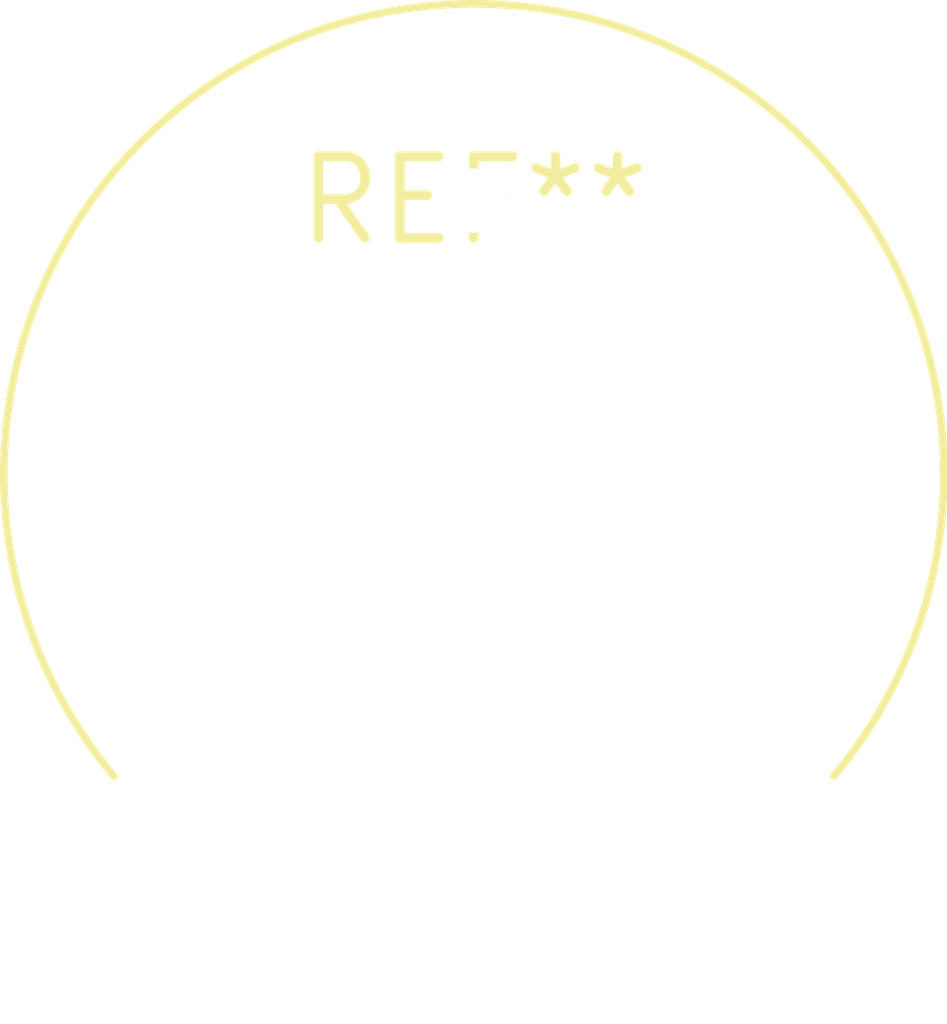
<source format=kicad_pcb>
(kicad_pcb (version 20240108) (generator pcbnew)
  (layers (0 "F.Cu" signal) (31 "B.Cu" signal) (34 "B.Paste" user) (35 "F.Paste" user) (36 "B.SilkS" user "B.Silkscreen") (37 "F.SilkS" user "F.Silkscreen") (38 "B.Mask" user) (39 "F.Mask" user) (44 "Edge.Cuts" user))
  (net 0 "")
  (footprint "TGS-5141" (layer "F.Cu") (at 0 0)
    (property "Reference" "REF**")
    (property "Value" "TGS-5141")
    (fp_arc (start -5.599999 8.95) (mid 0 -3.06095) (end 5.599999 8.95) (layer "F.SilkS") (stroke (width 0.12)))
    (pad "1" thru_hole rect (at 0 0) (size 1.8 1.8) (drill 1) (layers *.Cu *.Mask) (remove_unused_layers))
    (pad "2" thru_hole circle (at -3.75 11.65) (size 1.8 1.8) (drill 1) (layers *.Cu *.Mask) (remove_unused_layers))
    (pad "2" thru_hole circle (at 3.75 11.65) (size 1.8 1.8) (drill 1) (layers *.Cu *.Mask) (remove_unused_layers))
  )
)
</source>
